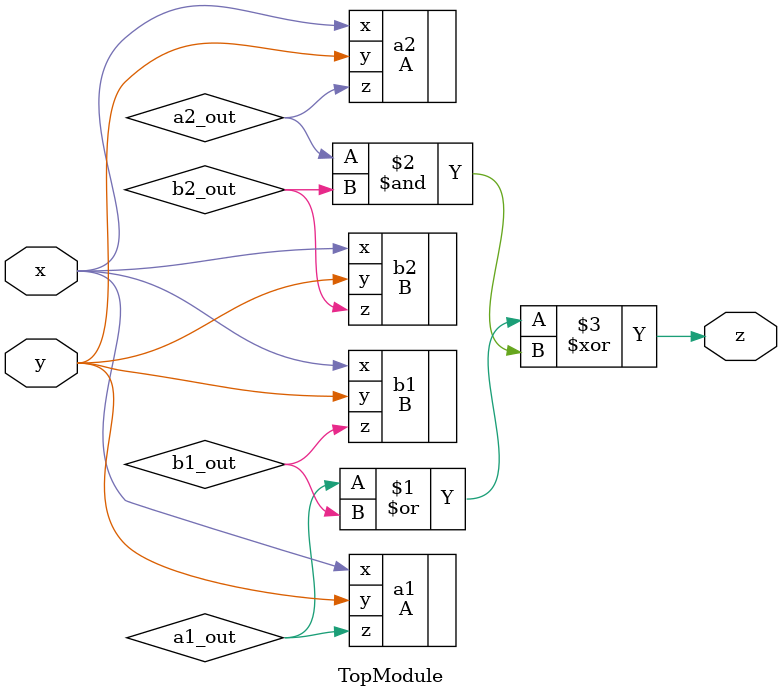
<source format=sv>

module TopModule (
  input x,
  input y,
  output z
);
assign z = (a1_out | b1_out) ^ (a2_out & b2_out);

wire a1_out, a2_out, b1_out, b2_out;

A a1 (
    .x(x),
    .y(y),
    .z(a1_out)
);

A a2 (
    .x(x),
    .y(y),
    .z(a2_out)
);

B b1 (
    .x(x),
    .y(y),
    .z(b1_out)
);

B b2 (
    .x(x),
    .y(y),
    .z(b2_out)
);

endmodule

</source>
